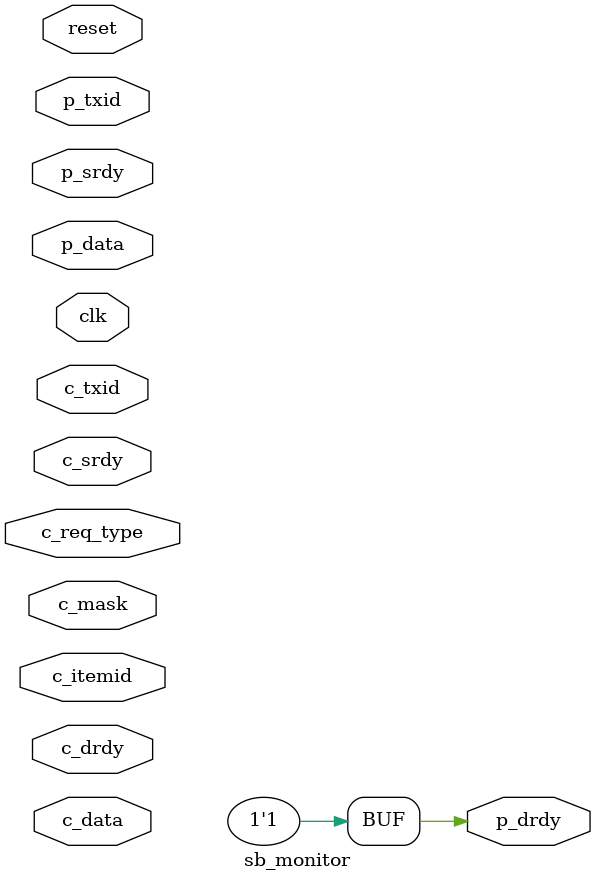
<source format=v>

module sb_monitor
  #(parameter width=8,
    parameter items=64,
    parameter use_txid=0,
    parameter use_mask=0,
    parameter txid_sz=2,
    parameter asz=$clog2(items))
  (input      clk,
   input      reset,

   input      c_srdy,
   input      c_drdy,
   input      c_req_type, // 0=read, 1=write
   input [txid_sz-1:0] c_txid,
   input [width-1:0] c_mask,
   input [width-1:0] c_data,
   input [asz-1:0]   c_itemid,

   input     p_srdy,
   output reg   p_drdy,
   input  [txid_sz-1:0] p_txid,
   input [width-1:0]   p_data
   );

  
  reg [width-1:0]      sbmem [0:items-1];

  always @(posedge clk)
    begin
      if (c_srdy & c_drdy & (c_req_type == 1))
        begin
          sbmem[c_itemid] <= #20 (sbmem[c_itemid] & ~c_mask) | (c_data & c_mask);
        end

      if (p_srdy & p_drdy)
        begin
          if (p_data != sbmem[p_txid])
            begin
              $display ("%t: ERROR: sb returned %x, expected %x",
                        $time, p_data, sbmem[p_txid]);
            end
        end
    end
  
  initial
    begin
      p_drdy = 1;
    end

endmodule // sb_monitor

</source>
